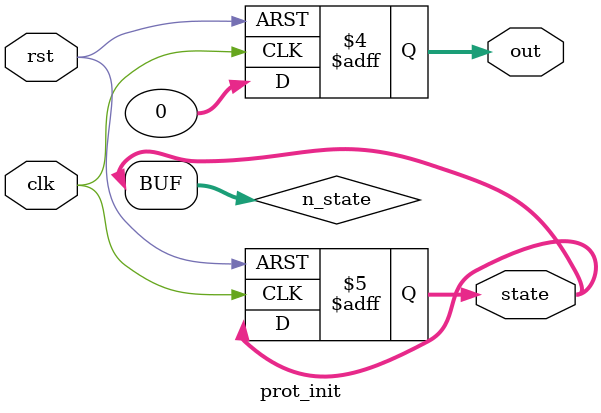
<source format=sv>
module prot_init(
    input clk,
    input rst,
    output reg [31:0] out,
    output reg [31:0] state
);
    reg[31:0] n_state;
    always @(state) begin
        n_state = state;
        $display("always out %0d n_state=%0d state=%0d", out, n_state, state);
    end
    always @(posedge clk, negedge rst) begin
        $display("clocked rst %0d out %0d n_state=%0d state=%0d", rst, out, n_state, state);
        if(~rst) begin
            state <= '0;
            out <= '0;
        end else begin
            // state <= '0;
            out <= '0;
            state <= n_state;
        end
    end
endmodule

</source>
